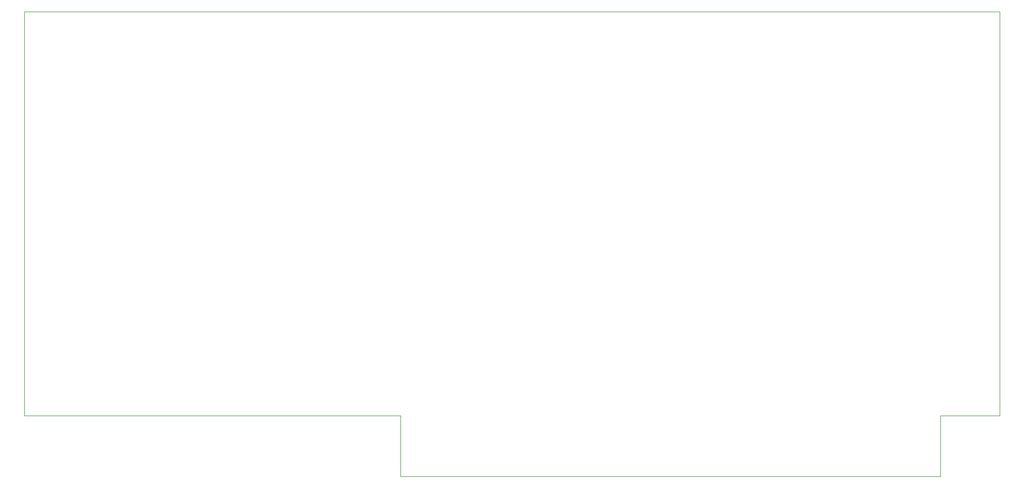
<source format=gm1>
G04 #@! TF.GenerationSoftware,KiCad,Pcbnew,(5.1.5-0)*
G04 #@! TF.CreationDate,2023-05-16T07:02:42+02:00*
G04 #@! TF.ProjectId,Apple1Serial,4170706c-6531-4536-9572-69616c2e6b69,rev?*
G04 #@! TF.SameCoordinates,Original*
G04 #@! TF.FileFunction,Profile,NP*
%FSLAX46Y46*%
G04 Gerber Fmt 4.6, Leading zero omitted, Abs format (unit mm)*
G04 Created by KiCad (PCBNEW (5.1.5-0)) date 2023-05-16 07:02:42*
%MOMM*%
%LPD*%
G04 APERTURE LIST*
%ADD10C,0.050000*%
G04 APERTURE END LIST*
D10*
X113284000Y-112776000D02*
X113284000Y-122936000D01*
X203454000Y-112776000D02*
X203454000Y-122936000D01*
X113284000Y-122936000D02*
X203454000Y-122936000D01*
X213360000Y-112776000D02*
X203454000Y-112776000D01*
X67056000Y-112776000D02*
X113284000Y-112776000D01*
X213360000Y-48514000D02*
X213360000Y-45244000D01*
X50516000Y-45244000D02*
X213360000Y-45244000D01*
X50516000Y-112776000D02*
X50516000Y-45244000D01*
X67056000Y-112776000D02*
X50516000Y-112776000D01*
X213360000Y-112776000D02*
X213360000Y-48514000D01*
M02*

</source>
